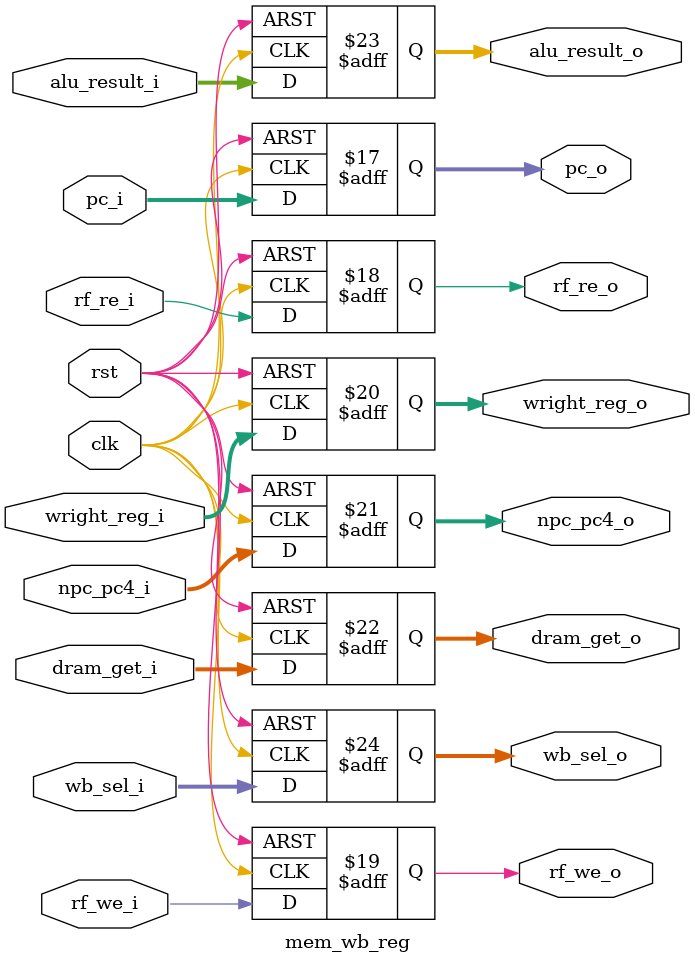
<source format=v>



module mem_wb_reg(
    input clk,
    input rst,
    input [1:0] wb_sel_i,
    input [31:0] alu_result_i,
    input [31:0] dram_get_i,
    input [31:0] npc_pc4_i,
    input [4:0] wright_reg_i,
    input rf_we_i,
    input rf_re_i,
    input [31:0] pc_i,


    output reg [1:0] wb_sel_o,
    output reg[31:0] alu_result_o,
    output reg[31:0] dram_get_o,
    output reg[31:0] npc_pc4_o,
    output reg[4:0] wright_reg_o,
    output reg rf_we_o,
    output reg rf_re_o,
    output reg [31:0] pc_o
    );
    always @(posedge clk or negedge rst) begin
        if(rst==0) wb_sel_o<=2'b0;
        else wb_sel_o<=wb_sel_i;
    end

    always @(posedge clk or negedge rst) begin
        if(rst==0) alu_result_o<=32'b0;
        else alu_result_o<=alu_result_i;
    end

    always @(posedge clk or negedge rst) begin
        if(rst==0) dram_get_o<=32'b0;
        else dram_get_o<=dram_get_i;
    end

    always @(posedge clk or negedge rst) begin
        if(rst==0) npc_pc4_o<=32'b0;
        else npc_pc4_o<=npc_pc4_i;
    end

    always @(posedge clk or negedge rst) begin
        if(rst==0) wright_reg_o<=4'b0;
        else wright_reg_o<=wright_reg_i;
    end

    always @(posedge clk or negedge rst) begin
        if(rst==0) rf_we_o<=1'b0;
        else rf_we_o<=rf_we_i;
    end

    always @(posedge clk or negedge rst) begin
        if(rst==0) rf_re_o<=1'b0;
        else rf_re_o<=rf_re_i;
    end
    
    always @(posedge clk or negedge rst) begin
            if(rst==0) pc_o<=32'b0;
            else pc_o<=pc_i;
        end

endmodule

</source>
